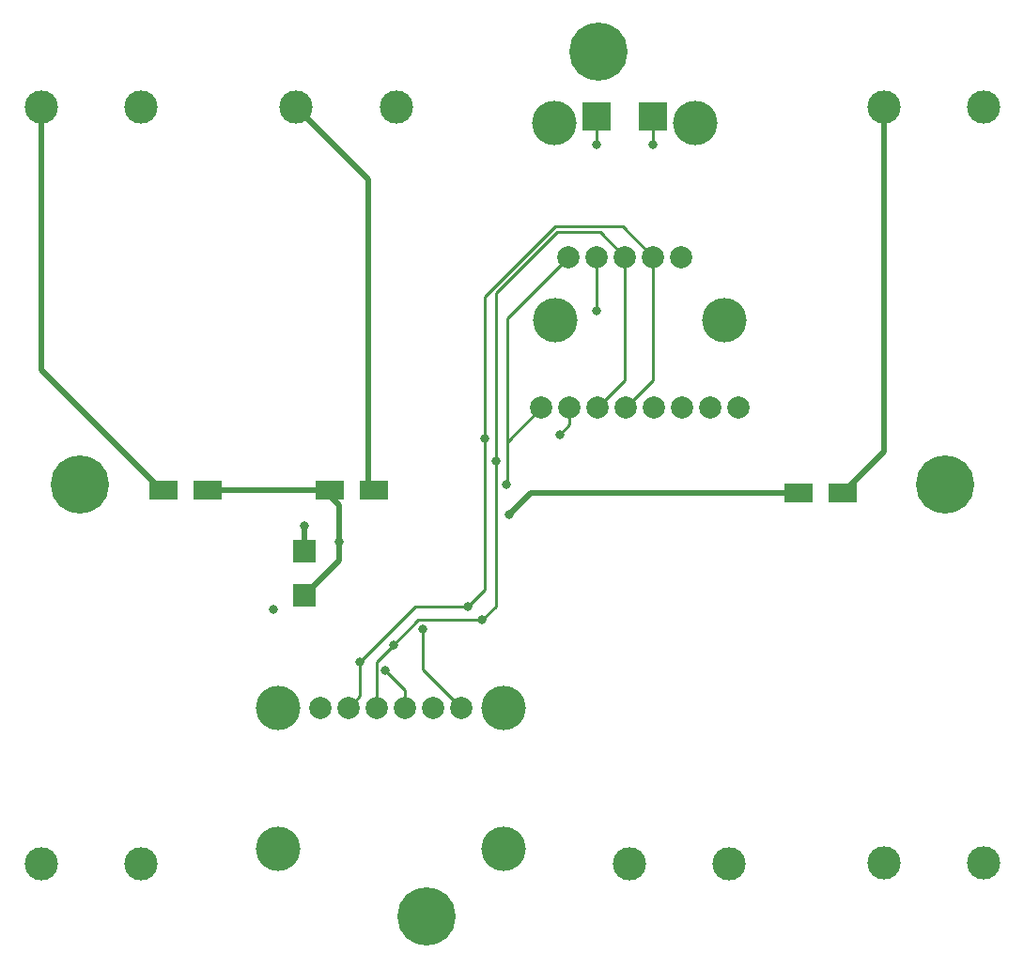
<source format=gbr>
%TF.GenerationSoftware,KiCad,Pcbnew,(5.1.10)-1*%
%TF.CreationDate,2022-06-07T20:21:30-07:00*%
%TF.ProjectId,solar-panel-side-Z,736f6c61-722d-4706-916e-656c2d736964,1.1*%
%TF.SameCoordinates,Original*%
%TF.FileFunction,Copper,L1,Top*%
%TF.FilePolarity,Positive*%
%FSLAX46Y46*%
G04 Gerber Fmt 4.6, Leading zero omitted, Abs format (unit mm)*
G04 Created by KiCad (PCBNEW (5.1.10)-1) date 2022-06-07 20:21:30*
%MOMM*%
%LPD*%
G01*
G04 APERTURE LIST*
%TA.AperFunction,SMDPad,CuDef*%
%ADD10R,2.000000X2.000000*%
%TD*%
%TA.AperFunction,SMDPad,CuDef*%
%ADD11C,4.000000*%
%TD*%
%TA.AperFunction,SMDPad,CuDef*%
%ADD12C,2.000000*%
%TD*%
%TA.AperFunction,ComponentPad*%
%ADD13C,5.250000*%
%TD*%
%TA.AperFunction,SMDPad,CuDef*%
%ADD14R,2.500000X1.700000*%
%TD*%
%TA.AperFunction,SMDPad,CuDef*%
%ADD15R,2.500000X2.500000*%
%TD*%
%TA.AperFunction,ComponentPad*%
%ADD16C,3.000000*%
%TD*%
%TA.AperFunction,ViaPad*%
%ADD17C,0.800000*%
%TD*%
%TA.AperFunction,Conductor*%
%ADD18C,0.250000*%
%TD*%
%TA.AperFunction,Conductor*%
%ADD19C,0.500000*%
%TD*%
G04 APERTURE END LIST*
D10*
%TO.P,J7,1*%
%TO.N,VSOLAR*%
X130750000Y-95000000D03*
%TD*%
%TO.P,J6,1*%
%TO.N,GND*%
X130750000Y-91000000D03*
%TD*%
D11*
%TO.P,U1,10*%
%TO.N,Net-(U1-Pad10)*%
X128340000Y-105150000D03*
D12*
%TO.P,U1,4*%
%TO.N,SCL*%
X137230000Y-105150000D03*
%TO.P,U1,5*%
%TO.N,SDA*%
X134690000Y-105150000D03*
%TO.P,U1,6*%
%TO.N,Net-(U1-Pad6)*%
X132150000Y-105150000D03*
%TO.P,U1,1*%
%TO.N,+3V3*%
X144850000Y-105150000D03*
%TO.P,U1,3*%
%TO.N,GND*%
X139770000Y-105150000D03*
%TO.P,U1,2*%
%TO.N,Net-(U1-Pad2)*%
X142310000Y-105150000D03*
D11*
%TO.P,U1,9*%
%TO.N,Net-(U1-Pad9)*%
X148660000Y-105150000D03*
%TO.P,U1,8*%
%TO.N,Net-(U1-Pad8)*%
X128340000Y-117850000D03*
%TO.P,U1,7*%
%TO.N,Net-(U1-Pad7)*%
X148660000Y-117850000D03*
%TD*%
D13*
%TO.P,J5,1*%
%TO.N,Net-(J5-Pad1)*%
X188500000Y-85000000D03*
%TD*%
%TO.P,J4,1*%
%TO.N,Net-(J4-Pad1)*%
X157250000Y-46000000D03*
%TD*%
%TO.P,J3,1*%
%TO.N,Net-(J3-Pad1)*%
X141750000Y-124000000D03*
%TD*%
%TO.P,J2,1*%
%TO.N,Net-(J2-Pad1)*%
X110500000Y-85000000D03*
%TD*%
D14*
%TO.P,D3,2*%
%TO.N,Net-(D3-Pad2)*%
X179250000Y-85750000D03*
%TO.P,D3,1*%
%TO.N,VSOLAR*%
X175250000Y-85750000D03*
%TD*%
%TO.P,D2,2*%
%TO.N,Net-(D2-Pad2)*%
X137000000Y-85500000D03*
%TO.P,D2,1*%
%TO.N,VSOLAR*%
X133000000Y-85500000D03*
%TD*%
%TO.P,D1,2*%
%TO.N,Net-(D1-Pad2)*%
X118000000Y-85500000D03*
%TO.P,D1,1*%
%TO.N,VSOLAR*%
X122000000Y-85500000D03*
%TD*%
D11*
%TO.P,U3,9*%
%TO.N,Net-(U3-Pad9)*%
X153380000Y-70190000D03*
%TO.P,U3,10*%
%TO.N,Net-(U3-Pad10)*%
X168620000Y-70190000D03*
D12*
%TO.P,U3,3*%
%TO.N,SCL*%
X157190000Y-78064000D03*
%TO.P,U3,4*%
%TO.N,SDA*%
X159730000Y-78064000D03*
%TO.P,U3,1*%
%TO.N,+3V3*%
X152110000Y-78064000D03*
%TO.P,U3,2*%
%TO.N,GND*%
X154650000Y-78064000D03*
%TO.P,U3,8*%
%TO.N,Net-(U3-Pad8)*%
X169890000Y-78064000D03*
%TO.P,U3,7*%
%TO.N,Net-(U3-Pad7)*%
X167350000Y-78064000D03*
%TO.P,U3,6*%
%TO.N,Net-(U3-Pad6)*%
X164810000Y-78064000D03*
%TO.P,U3,5*%
%TO.N,Net-(U3-Pad5)*%
X162270000Y-78064000D03*
%TD*%
D15*
%TO.P,U2,7*%
%TO.N,Net-(U2-Pad6)*%
X162190000Y-51800000D03*
%TO.P,U2,6*%
X157110000Y-51800000D03*
D11*
%TO.P,U2,9*%
%TO.N,Net-(U2-Pad9)*%
X166000000Y-52435000D03*
%TO.P,U2,8*%
%TO.N,Net-(U2-Pad8)*%
X153300000Y-52435000D03*
D12*
%TO.P,U2,1*%
%TO.N,+3V3*%
X154570000Y-64500000D03*
%TO.P,U2,2*%
%TO.N,GND*%
X157110000Y-64500000D03*
%TO.P,U2,5*%
%TO.N,Net-(U2-Pad5)*%
X164730000Y-64500000D03*
%TO.P,U2,4*%
%TO.N,SDA*%
X162190000Y-64500000D03*
%TO.P,U2,3*%
%TO.N,SCL*%
X159650000Y-64500000D03*
%TD*%
D16*
%TO.P,SC5,2*%
%TO.N,Net-(SC5-Pad2)*%
X191952000Y-51008000D03*
%TO.P,SC5,1*%
%TO.N,Net-(D3-Pad2)*%
X182952000Y-51008000D03*
%TD*%
%TO.P,SC4,1*%
%TO.N,Net-(SC3-Pad2)*%
X169000000Y-119250000D03*
%TO.P,SC4,2*%
%TO.N,GND*%
X160000000Y-119250000D03*
%TD*%
%TO.P,SC6,1*%
%TO.N,Net-(SC5-Pad2)*%
X191952000Y-119172000D03*
%TO.P,SC6,2*%
%TO.N,GND*%
X182952000Y-119172000D03*
%TD*%
%TO.P,SC3,1*%
%TO.N,Net-(D2-Pad2)*%
X130000000Y-51000000D03*
%TO.P,SC3,2*%
%TO.N,Net-(SC3-Pad2)*%
X139000000Y-51000000D03*
%TD*%
%TO.P,SC2,2*%
%TO.N,GND*%
X107006000Y-119250000D03*
%TO.P,SC2,1*%
%TO.N,Net-(SC1-Pad2)*%
X116006000Y-119250000D03*
%TD*%
%TO.P,SC1,2*%
%TO.N,Net-(SC1-Pad2)*%
X116006000Y-51008000D03*
%TO.P,SC1,1*%
%TO.N,Net-(D1-Pad2)*%
X107006000Y-51008000D03*
%TD*%
D17*
%TO.N,GND*%
X157110000Y-69390000D03*
X153750000Y-80500000D03*
X138000000Y-101750000D03*
X130750000Y-88750000D03*
%TO.N,+3V3*%
X141425001Y-98054501D03*
X148971000Y-85026500D03*
%TO.N,VSOLAR*%
X149161500Y-87757000D03*
X133889750Y-90201750D03*
%TO.N,SDA*%
X145500000Y-96000000D03*
X135750000Y-101000000D03*
X147002500Y-80835500D03*
%TO.N,SCL*%
X146750000Y-97250000D03*
X138771500Y-99465000D03*
X148000000Y-82931000D03*
%TO.N,Net-(U2-Pad6)*%
X162110000Y-54352000D03*
X157030000Y-54352000D03*
X127952500Y-96266000D03*
%TD*%
D18*
%TO.N,GND*%
X139770000Y-103520000D02*
X138000000Y-101750000D01*
X139770000Y-105150000D02*
X139770000Y-103520000D01*
X157110000Y-64500000D02*
X157110000Y-69390000D01*
X157110000Y-69390000D02*
X157000000Y-69500000D01*
X154650000Y-78064000D02*
X154650000Y-79600000D01*
X154650000Y-79600000D02*
X153750000Y-80500000D01*
X157110000Y-69390000D02*
X157110000Y-69390000D01*
X153750000Y-80500000D02*
X153750000Y-80500000D01*
X138000000Y-101750000D02*
X138000000Y-101750000D01*
D19*
X130750000Y-90750000D02*
X130750000Y-88750000D01*
D18*
%TO.N,+3V3*%
X141425001Y-101725001D02*
X144850000Y-105150000D01*
X149000000Y-70070000D02*
X154570000Y-64500000D01*
X149000000Y-81174000D02*
X152110000Y-78064000D01*
X149000000Y-82000000D02*
X149000000Y-81174000D01*
X149000000Y-82000000D02*
X149000000Y-70070000D01*
X149000000Y-82750000D02*
X149000000Y-82000000D01*
X141425001Y-101725001D02*
X141425001Y-98054501D01*
X141425001Y-98054501D02*
X141425001Y-98054501D01*
X149000000Y-82750000D02*
X149000000Y-84934000D01*
D19*
%TO.N,VSOLAR*%
X121856000Y-85500000D02*
X122000000Y-85500000D01*
X121856000Y-85500000D02*
X128750000Y-85500000D01*
X171750000Y-85750000D02*
X175250000Y-85750000D01*
X133000000Y-85500000D02*
X128750000Y-85500000D01*
X171750000Y-85750000D02*
X151168500Y-85750000D01*
X151168500Y-85750000D02*
X149161500Y-87757000D01*
X149161500Y-87757000D02*
X149161500Y-87757000D01*
X133000000Y-85500000D02*
X133000000Y-86010000D01*
X133000000Y-86010000D02*
X133858000Y-86868000D01*
X133858000Y-86868000D02*
X133858000Y-90106500D01*
X133889750Y-91860250D02*
X133889750Y-90201750D01*
X130750000Y-95000000D02*
X133889750Y-91860250D01*
%TO.N,Net-(D1-Pad2)*%
X107006000Y-74650000D02*
X117856000Y-85500000D01*
X107006000Y-51008000D02*
X107006000Y-74650000D01*
%TO.N,Net-(D2-Pad2)*%
X130000000Y-51000000D02*
X136500000Y-57500000D01*
X136500000Y-85000000D02*
X137000000Y-85500000D01*
X136500000Y-57500000D02*
X136500000Y-85000000D01*
D18*
%TO.N,SDA*%
X135750000Y-104090000D02*
X134690000Y-105150000D01*
X135750000Y-101000000D02*
X135750000Y-104090000D01*
X159440000Y-61750000D02*
X162190000Y-64500000D01*
X153363590Y-61750000D02*
X159440000Y-61750000D01*
X147000000Y-68113590D02*
X153363590Y-61750000D01*
X147000000Y-94500000D02*
X147000000Y-81663500D01*
X145500000Y-96000000D02*
X147000000Y-94500000D01*
X162190000Y-75604000D02*
X159730000Y-78064000D01*
X162190000Y-64500000D02*
X162190000Y-75604000D01*
X147000000Y-80250000D02*
X147000000Y-68113590D01*
X140750000Y-96000000D02*
X135750000Y-101000000D01*
X145500000Y-96000000D02*
X140750000Y-96000000D01*
X135750000Y-101000000D02*
X135750000Y-101000000D01*
X147000000Y-81663500D02*
X147000000Y-80250000D01*
%TO.N,SCL*%
X137250000Y-105130000D02*
X137230000Y-105150000D01*
X137250000Y-101000000D02*
X137250000Y-105130000D01*
X157400000Y-62250000D02*
X159650000Y-64500000D01*
X148000000Y-67750000D02*
X153500000Y-62250000D01*
X153500000Y-62250000D02*
X157400000Y-62250000D01*
X148000000Y-96000000D02*
X148000000Y-84156000D01*
X146750000Y-97250000D02*
X148000000Y-96000000D01*
X159650000Y-75604000D02*
X157190000Y-78064000D01*
X159650000Y-64500000D02*
X159650000Y-75604000D01*
X148000000Y-81500000D02*
X148000000Y-67750000D01*
X141000000Y-97250000D02*
X138619500Y-99630500D01*
X146750000Y-97250000D02*
X141000000Y-97250000D01*
X138619500Y-99630500D02*
X137250000Y-101000000D01*
X148000000Y-84156000D02*
X148000000Y-81500000D01*
%TO.N,Net-(U2-Pad6)*%
X162040000Y-54422000D02*
X162110000Y-54352000D01*
X156960000Y-54422000D02*
X157030000Y-54352000D01*
X157110000Y-54272000D02*
X157030000Y-54352000D01*
X157110000Y-51800000D02*
X157110000Y-54272000D01*
X162190000Y-54272000D02*
X162110000Y-54352000D01*
X162190000Y-51800000D02*
X162190000Y-54272000D01*
D19*
%TO.N,Net-(D3-Pad2)*%
X182952000Y-82048000D02*
X179250000Y-85750000D01*
X182952000Y-51008000D02*
X182952000Y-82048000D01*
%TD*%
M02*

</source>
